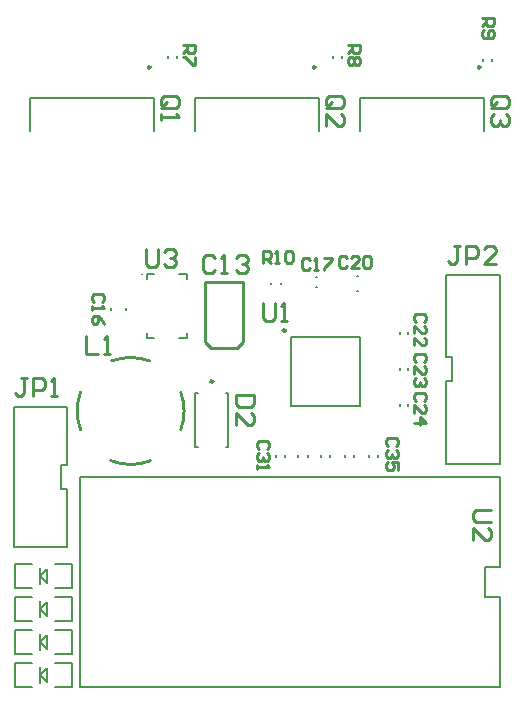
<source format=gto>
G04 Layer_Color=65535*
%FSAX24Y24*%
%MOIN*%
G70*
G01*
G75*
%ADD26C,0.0100*%
%ADD45C,0.0098*%
%ADD46C,0.0039*%
%ADD47C,0.0080*%
%ADD48C,0.0079*%
D26*
X054331Y026326D02*
G03*
X054333Y025069I001669J-000626D01*
G01*
X056640Y027364D02*
G03*
X055369Y027367I-000640J-001664D01*
G01*
X057669Y025074D02*
G03*
X057669Y026326I-001669J000626D01*
G01*
X055338Y024045D02*
G03*
X056660Y024044I000662J001655D01*
G01*
X061172Y028378D02*
G03*
X061172Y028378I-000050J000000D01*
G01*
X058471Y030002D02*
X059730D01*
Y027994D02*
Y030002D01*
X058470Y027995D02*
X058471Y030002D01*
X058667Y027798D02*
X059533D01*
X058470Y027995D02*
X058667Y027798D01*
X059533D02*
X059730Y027994D01*
X058800Y030800D02*
X058700Y030900D01*
X058500D01*
X058400Y030800D01*
Y030400D01*
X058500Y030300D01*
X058700D01*
X058800Y030400D01*
X059000Y030300D02*
X059200D01*
X059100D01*
Y030900D01*
X059000Y030800D01*
X059500D02*
X059600Y030900D01*
X059800D01*
X059900Y030800D01*
Y030700D01*
X059800Y030600D01*
X059700D01*
X059800D01*
X059900Y030500D01*
Y030400D01*
X059800Y030300D01*
X059600D01*
X059500Y030400D01*
X055033Y029333D02*
X055100Y029400D01*
Y029533D01*
X055033Y029600D01*
X054767D01*
X054700Y029533D01*
Y029400D01*
X054767Y029333D01*
X054700Y029200D02*
Y029067D01*
Y029133D01*
X055100D01*
X055033Y029200D01*
X055100Y028600D02*
X055033Y028734D01*
X054900Y028867D01*
X054767D01*
X054700Y028800D01*
Y028667D01*
X054767Y028600D01*
X054833D01*
X054900Y028667D01*
Y028867D01*
X061967Y030733D02*
X061900Y030800D01*
X061767D01*
X061700Y030733D01*
Y030467D01*
X061767Y030400D01*
X061900D01*
X061967Y030467D01*
X062100Y030400D02*
X062233D01*
X062167D01*
Y030800D01*
X062100Y030733D01*
X062433Y030800D02*
X062700D01*
Y030733D01*
X062433Y030467D01*
Y030400D01*
X063227Y030795D02*
X063161Y030861D01*
X063027D01*
X062961Y030795D01*
Y030528D01*
X063027Y030462D01*
X063161D01*
X063227Y030528D01*
X063627Y030462D02*
X063361D01*
X063627Y030728D01*
Y030795D01*
X063560Y030861D01*
X063427D01*
X063361Y030795D01*
X063760D02*
X063827Y030861D01*
X063960D01*
X064027Y030795D01*
Y030528D01*
X063960Y030462D01*
X063827D01*
X063760Y030528D01*
Y030795D01*
X065783Y028683D02*
X065850Y028750D01*
Y028883D01*
X065783Y028950D01*
X065517D01*
X065450Y028883D01*
Y028750D01*
X065517Y028683D01*
X065450Y028284D02*
Y028550D01*
X065717Y028284D01*
X065783D01*
X065850Y028350D01*
Y028483D01*
X065783Y028550D01*
X065450Y027884D02*
Y028150D01*
X065717Y027884D01*
X065783D01*
X065850Y027950D01*
Y028084D01*
X065783Y028150D01*
Y027333D02*
X065850Y027400D01*
Y027533D01*
X065783Y027600D01*
X065517D01*
X065450Y027533D01*
Y027400D01*
X065517Y027333D01*
X065450Y026934D02*
Y027200D01*
X065717Y026934D01*
X065783D01*
X065850Y027000D01*
Y027133D01*
X065783Y027200D01*
Y026800D02*
X065850Y026734D01*
Y026600D01*
X065783Y026534D01*
X065717D01*
X065650Y026600D01*
Y026667D01*
Y026600D01*
X065583Y026534D01*
X065517D01*
X065450Y026600D01*
Y026734D01*
X065517Y026800D01*
X065783Y026033D02*
X065850Y026100D01*
Y026233D01*
X065783Y026300D01*
X065517D01*
X065450Y026233D01*
Y026100D01*
X065517Y026033D01*
X065450Y025634D02*
Y025900D01*
X065717Y025634D01*
X065783D01*
X065850Y025700D01*
Y025833D01*
X065783Y025900D01*
X065450Y025300D02*
X065850D01*
X065650Y025500D01*
Y025234D01*
X060533Y024433D02*
X060600Y024500D01*
Y024633D01*
X060533Y024700D01*
X060267D01*
X060200Y024633D01*
Y024500D01*
X060267Y024433D01*
X060533Y024300D02*
X060600Y024233D01*
Y024100D01*
X060533Y024034D01*
X060467D01*
X060400Y024100D01*
Y024167D01*
Y024100D01*
X060333Y024034D01*
X060267D01*
X060200Y024100D01*
Y024233D01*
X060267Y024300D01*
X060200Y023900D02*
Y023767D01*
Y023834D01*
X060600D01*
X060533Y023900D01*
X064833Y024533D02*
X064900Y024600D01*
Y024733D01*
X064833Y024800D01*
X064567D01*
X064500Y024733D01*
Y024600D01*
X064567Y024533D01*
X064833Y024400D02*
X064900Y024333D01*
Y024200D01*
X064833Y024134D01*
X064767D01*
X064700Y024200D01*
Y024267D01*
Y024200D01*
X064633Y024134D01*
X064567D01*
X064500Y024200D01*
Y024333D01*
X064567Y024400D01*
X064900Y023734D02*
Y024000D01*
X064700D01*
X064767Y023867D01*
Y023800D01*
X064700Y023734D01*
X064567D01*
X064500Y023800D01*
Y023934D01*
X064567Y024000D01*
X060100Y026250D02*
X059500D01*
Y025950D01*
X059600Y025850D01*
X060000D01*
X060100Y025950D01*
Y026250D01*
X059500Y025250D02*
Y025650D01*
X059900Y025250D01*
X060000D01*
X060100Y025350D01*
Y025550D01*
X060000Y025650D01*
X052560Y026790D02*
X052360D01*
X052460D01*
Y026290D01*
X052360Y026190D01*
X052260D01*
X052160Y026290D01*
X052760Y026190D02*
Y026790D01*
X053060D01*
X053160Y026690D01*
Y026490D01*
X053060Y026390D01*
X052760D01*
X053360Y026190D02*
X053560D01*
X053460D01*
Y026790D01*
X053360Y026690D01*
X066980Y031190D02*
X066780D01*
X066880D01*
Y030690D01*
X066780Y030590D01*
X066680D01*
X066580Y030690D01*
X067180Y030590D02*
Y031190D01*
X067480D01*
X067580Y031090D01*
Y030890D01*
X067480Y030790D01*
X067180D01*
X068179Y030590D02*
X067780D01*
X068179Y030990D01*
Y031090D01*
X068080Y031190D01*
X067880D01*
X067780Y031090D01*
X054500Y028200D02*
Y027600D01*
X054900D01*
X055100D02*
X055300D01*
X055200D01*
Y028200D01*
X055100Y028100D01*
X057100Y035800D02*
X057500D01*
X057600Y035900D01*
Y036100D01*
X057500Y036200D01*
X057100D01*
X057000Y036100D01*
Y035900D01*
X057200Y036000D02*
X057000Y035800D01*
Y035900D02*
X057100Y035800D01*
X057000Y035600D02*
Y035400D01*
Y035500D01*
X057600D01*
X057500Y035600D01*
X062600Y035800D02*
X063000D01*
X063100Y035900D01*
Y036100D01*
X063000Y036200D01*
X062600D01*
X062500Y036100D01*
Y035900D01*
X062700Y036000D02*
X062500Y035800D01*
Y035900D02*
X062600Y035800D01*
X062500Y035200D02*
Y035600D01*
X062900Y035200D01*
X063000D01*
X063100Y035300D01*
Y035500D01*
X063000Y035600D01*
X068100Y035800D02*
X068500D01*
X068600Y035900D01*
Y036100D01*
X068500Y036200D01*
X068100D01*
X068000Y036100D01*
Y035900D01*
X068200Y036000D02*
X068000Y035800D01*
Y035900D02*
X068100Y035800D01*
X068500Y035600D02*
X068600Y035500D01*
Y035300D01*
X068500Y035200D01*
X068400D01*
X068300Y035300D01*
Y035400D01*
Y035300D01*
X068200Y035200D01*
X068100D01*
X068000Y035300D01*
Y035500D01*
X068100Y035600D01*
X057750Y037900D02*
X058150D01*
Y037700D01*
X058083Y037633D01*
X057950D01*
X057883Y037700D01*
Y037900D01*
Y037767D02*
X057750Y037633D01*
X058150Y037500D02*
Y037234D01*
X058083D01*
X057817Y037500D01*
X057750D01*
X063250Y037900D02*
X063650D01*
Y037700D01*
X063583Y037633D01*
X063450D01*
X063383Y037700D01*
Y037900D01*
Y037767D02*
X063250Y037633D01*
X063583Y037500D02*
X063650Y037433D01*
Y037300D01*
X063583Y037234D01*
X063517D01*
X063450Y037300D01*
X063383Y037234D01*
X063317D01*
X063250Y037300D01*
Y037433D01*
X063317Y037500D01*
X063383D01*
X063450Y037433D01*
X063517Y037500D01*
X063583D01*
X063450Y037433D02*
Y037300D01*
X067700Y038800D02*
X068100D01*
Y038600D01*
X068033Y038533D01*
X067900D01*
X067833Y038600D01*
Y038800D01*
Y038667D02*
X067700Y038533D01*
X067767Y038400D02*
X067700Y038333D01*
Y038200D01*
X067767Y038134D01*
X068033D01*
X068100Y038200D01*
Y038333D01*
X068033Y038400D01*
X067967D01*
X067900Y038333D01*
Y038134D01*
X060400Y030650D02*
Y031050D01*
X060600D01*
X060667Y030983D01*
Y030850D01*
X060600Y030783D01*
X060400D01*
X060533D02*
X060667Y030650D01*
X060800D02*
X060933D01*
X060867D01*
Y031050D01*
X060800Y030983D01*
X061133D02*
X061200Y031050D01*
X061333D01*
X061400Y030983D01*
Y030717D01*
X061333Y030650D01*
X061200D01*
X061133Y030717D01*
Y030983D01*
X060400Y029300D02*
Y028800D01*
X060500Y028700D01*
X060700D01*
X060800Y028800D01*
Y029300D01*
X061000Y028700D02*
X061200D01*
X061100D01*
Y029300D01*
X061000Y029200D01*
X056500Y031100D02*
Y030600D01*
X056600Y030500D01*
X056800D01*
X056900Y030600D01*
Y031100D01*
X057100Y031000D02*
X057200Y031100D01*
X057400D01*
X057500Y031000D01*
Y030900D01*
X057400Y030800D01*
X057300D01*
X057400D01*
X057500Y030700D01*
Y030600D01*
X057400Y030500D01*
X057200D01*
X057100Y030600D01*
X068000Y022400D02*
X067500D01*
X067400Y022300D01*
Y022100D01*
X067500Y022000D01*
X068000D01*
X067400Y021400D02*
Y021800D01*
X067800Y021400D01*
X067900D01*
X068000Y021500D01*
Y021700D01*
X067900Y021800D01*
D45*
X058749Y026689D02*
G03*
X058749Y026689I-000049J000000D01*
G01*
X056672Y037161D02*
G03*
X056672Y037161I-000049J000000D01*
G01*
X067672D02*
G03*
X067672Y037161I-000049J000000D01*
G01*
X062172D02*
G03*
X062172Y037161I-000049J000000D01*
G01*
D46*
X056393Y030263D02*
G03*
X056393Y030263I-000020J000000D01*
G01*
D47*
X053494Y016500D02*
X054045D01*
Y017294D01*
X053494D02*
X054045D01*
X052150Y016500D02*
X052700D01*
X052150D02*
Y017294D01*
X052700D01*
X052980Y016620D02*
Y016900D01*
Y017176D01*
Y016900D02*
X053218Y016660D01*
Y017136D01*
X052980Y016900D02*
X053218Y017136D01*
X053494Y017600D02*
X054045D01*
Y018394D01*
X053494D02*
X054045D01*
X052150Y017600D02*
X052700D01*
X052150D02*
Y018394D01*
X052700D01*
X052980Y017720D02*
Y018000D01*
Y018276D01*
Y018000D02*
X053218Y017760D01*
Y018236D01*
X052980Y018000D02*
X053218Y018236D01*
X053494Y019800D02*
X054045D01*
Y020594D01*
X053494D02*
X054045D01*
X052150Y019800D02*
X052700D01*
X052150D02*
Y020594D01*
X052700D01*
X052980Y019920D02*
Y020200D01*
Y020476D01*
Y020200D02*
X053218Y019960D01*
Y020436D01*
X052980Y020200D02*
X053218Y020436D01*
X053494Y018700D02*
X054045D01*
Y019494D01*
X053494D02*
X054045D01*
X052150Y018700D02*
X052700D01*
X052150D02*
Y019494D01*
X052700D01*
X052980Y018820D02*
Y019100D01*
Y019376D01*
Y019100D02*
X053218Y018860D01*
Y019336D01*
X052980Y019100D02*
X053218Y019336D01*
X052100Y025850D02*
X053878D01*
X053682Y023106D02*
X053878D01*
X053682Y023900D02*
X053878D01*
X053682Y023106D02*
Y023900D01*
X053878Y021157D02*
Y023106D01*
Y023900D02*
Y025850D01*
X052100Y021157D02*
Y025850D01*
Y021157D02*
X053878D01*
X066522Y030250D02*
X068300D01*
Y023950D02*
Y030250D01*
X066522Y023950D02*
Y026700D01*
Y027494D02*
Y030250D01*
X066718Y026700D02*
Y027494D01*
X066522Y026700D02*
X066718D01*
X066522Y027494D02*
X066718D01*
X066522Y023950D02*
X068300D01*
X067800Y019500D02*
Y020500D01*
Y019500D02*
X068300D01*
Y016500D02*
Y019500D01*
X054300Y016500D02*
X068300D01*
X054300D02*
Y023500D01*
X068300D01*
Y020500D02*
Y023500D01*
X067800Y020500D02*
X068300D01*
D48*
X063457Y024180D02*
Y024220D01*
X063143Y024180D02*
Y024220D01*
X062657Y024180D02*
Y024220D01*
X062343Y024180D02*
Y024220D01*
X061345Y025859D02*
Y028154D01*
Y025859D02*
X063641D01*
Y028154D01*
X061345D02*
X063641D01*
X058149Y024514D02*
X058237D01*
X058149Y026286D02*
X058237D01*
X059163Y024514D02*
X059251D01*
X059163Y026286D02*
X059251D01*
X058149Y024514D02*
Y026286D01*
X059251Y024514D02*
Y026286D01*
X055846Y029080D02*
Y029120D01*
X055354Y029080D02*
Y029120D01*
X056531Y030096D02*
Y030263D01*
Y028137D02*
Y028304D01*
X057869Y030096D02*
Y030263D01*
Y028137D02*
Y028304D01*
X056531Y030263D02*
X056789D01*
X057611D02*
X057869D01*
X056531Y028137D02*
X056789D01*
X057611D02*
X057869D01*
X062180Y029843D02*
X062220D01*
X062180Y030157D02*
X062220D01*
X063541Y029716D02*
X063580D01*
X063541Y030208D02*
X063580D01*
X060693Y029930D02*
Y029970D01*
X061007Y029930D02*
Y029970D01*
X052633Y035035D02*
Y036137D01*
X056767D01*
Y035035D02*
Y036137D01*
X063633Y035035D02*
Y036137D01*
X067767D01*
Y035035D02*
Y036137D01*
X058133Y035035D02*
Y036137D01*
X062267D01*
Y035035D02*
Y036137D01*
X057243Y037480D02*
Y037520D01*
X057557Y037480D02*
Y037520D01*
X062743Y037480D02*
Y037520D01*
X063057Y037480D02*
Y037520D01*
X067743Y037380D02*
Y037420D01*
X068057Y037380D02*
Y037420D01*
X061157Y024180D02*
Y024220D01*
X060843Y024180D02*
Y024220D01*
X061907Y024180D02*
Y024220D01*
X061593Y024180D02*
Y024220D01*
X064257Y024180D02*
Y024220D01*
X063943Y024180D02*
Y024220D01*
X064962Y025880D02*
Y025920D01*
X065238Y025880D02*
Y025920D01*
X064962Y027080D02*
Y027120D01*
X065238Y027080D02*
Y027120D01*
X064962Y028280D02*
Y028320D01*
X065238Y028280D02*
Y028320D01*
M02*

</source>
